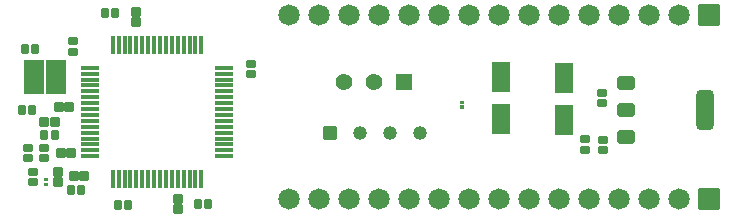
<source format=gbr>
%TF.GenerationSoftware,KiCad,Pcbnew,7.0.9*%
%TF.CreationDate,2024-02-06T13:27:41-04:00*%
%TF.ProjectId,proyecto_micro_v1,70726f79-6563-4746-9f5f-6d6963726f5f,rev?*%
%TF.SameCoordinates,Original*%
%TF.FileFunction,Soldermask,Top*%
%TF.FilePolarity,Negative*%
%FSLAX46Y46*%
G04 Gerber Fmt 4.6, Leading zero omitted, Abs format (unit mm)*
G04 Created by KiCad (PCBNEW 7.0.9) date 2024-02-06 13:27:41*
%MOMM*%
%LPD*%
G01*
G04 APERTURE LIST*
G04 Aperture macros list*
%AMRoundRect*
0 Rectangle with rounded corners*
0 $1 Rounding radius*
0 $2 $3 $4 $5 $6 $7 $8 $9 X,Y pos of 4 corners*
0 Add a 4 corners polygon primitive as box body*
4,1,4,$2,$3,$4,$5,$6,$7,$8,$9,$2,$3,0*
0 Add four circle primitives for the rounded corners*
1,1,$1+$1,$2,$3*
1,1,$1+$1,$4,$5*
1,1,$1+$1,$6,$7*
1,1,$1+$1,$8,$9*
0 Add four rect primitives between the rounded corners*
20,1,$1+$1,$2,$3,$4,$5,0*
20,1,$1+$1,$4,$5,$6,$7,0*
20,1,$1+$1,$6,$7,$8,$9,0*
20,1,$1+$1,$8,$9,$2,$3,0*%
G04 Aperture macros list end*
%ADD10C,0.010000*%
%ADD11RoundRect,0.177600X-0.194400X0.224400X-0.194400X-0.224400X0.194400X-0.224400X0.194400X0.224400X0*%
%ADD12RoundRect,0.075000X-0.700000X-0.075000X0.700000X-0.075000X0.700000X0.075000X-0.700000X0.075000X0*%
%ADD13RoundRect,0.075000X-0.075000X-0.700000X0.075000X-0.700000X0.075000X0.700000X-0.075000X0.700000X0*%
%ADD14RoundRect,0.177600X-0.224400X-0.194400X0.224400X-0.194400X0.224400X0.194400X-0.224400X0.194400X0*%
%ADD15RoundRect,0.102000X-0.610000X-0.610000X0.610000X-0.610000X0.610000X0.610000X-0.610000X0.610000X0*%
%ADD16C,1.424000*%
%ADD17RoundRect,0.177600X0.224400X0.194400X-0.224400X0.194400X-0.224400X-0.194400X0.224400X-0.194400X0*%
%ADD18RoundRect,0.167100X-0.589900X-0.399900X0.589900X-0.399900X0.589900X0.399900X-0.589900X0.399900X0*%
%ADD19RoundRect,0.416400X-0.340600X-1.305600X0.340600X-1.305600X0.340600X1.305600X-0.340600X1.305600X0*%
%ADD20RoundRect,0.102000X0.280000X0.300000X-0.280000X0.300000X-0.280000X-0.300000X0.280000X-0.300000X0*%
%ADD21RoundRect,0.102000X0.300000X-0.280000X0.300000X0.280000X-0.300000X0.280000X-0.300000X-0.280000X0*%
%ADD22RoundRect,0.102000X-0.280000X-0.300000X0.280000X-0.300000X0.280000X0.300000X-0.280000X0.300000X0*%
%ADD23RoundRect,0.102000X-0.802500X-0.802500X0.802500X-0.802500X0.802500X0.802500X-0.802500X0.802500X0*%
%ADD24C,1.809000*%
%ADD25RoundRect,0.250000X0.550000X-1.050000X0.550000X1.050000X-0.550000X1.050000X-0.550000X-1.050000X0*%
%ADD26RoundRect,0.102000X0.300000X-0.270000X0.300000X0.270000X-0.300000X0.270000X-0.300000X-0.270000X0*%
%ADD27RoundRect,0.102000X-0.492500X-0.492500X0.492500X-0.492500X0.492500X0.492500X-0.492500X0.492500X0*%
%ADD28C,1.189000*%
%ADD29RoundRect,0.102000X0.750000X1.350000X-0.750000X1.350000X-0.750000X-1.350000X0.750000X-1.350000X0*%
%ADD30RoundRect,0.177600X0.194400X-0.224400X0.194400X0.224400X-0.194400X0.224400X-0.194400X-0.224400X0*%
G04 APERTURE END LIST*
%TO.C,U4*%
D10*
X138220000Y-82010000D02*
X137940000Y-82010000D01*
X137940000Y-81810000D01*
X138220000Y-81810000D01*
X138220000Y-82010000D01*
G36*
X138220000Y-82010000D02*
G01*
X137940000Y-82010000D01*
X137940000Y-81810000D01*
X138220000Y-81810000D01*
X138220000Y-82010000D01*
G37*
X138220000Y-82410000D02*
X137940000Y-82410000D01*
X137940000Y-82210000D01*
X138220000Y-82210000D01*
X138220000Y-82410000D01*
G36*
X138220000Y-82410000D02*
G01*
X137940000Y-82410000D01*
X137940000Y-82210000D01*
X138220000Y-82210000D01*
X138220000Y-82410000D01*
G37*
%TO.C,U5*%
X173460000Y-75870000D02*
X173180000Y-75870000D01*
X173180000Y-75670000D01*
X173460000Y-75670000D01*
X173460000Y-75870000D01*
G36*
X173460000Y-75870000D02*
G01*
X173180000Y-75870000D01*
X173180000Y-75670000D01*
X173460000Y-75670000D01*
X173460000Y-75870000D01*
G37*
X173460000Y-75470000D02*
X173180000Y-75470000D01*
X173180000Y-75270000D01*
X173460000Y-75270000D01*
X173460000Y-75470000D01*
G36*
X173460000Y-75470000D02*
G01*
X173180000Y-75470000D01*
X173180000Y-75270000D01*
X173460000Y-75270000D01*
X173460000Y-75470000D01*
G37*
%TD*%
D11*
%TO.C,C12*%
X137230000Y-70880000D03*
X136370000Y-70880000D03*
%TD*%
D12*
%TO.C,IC1*%
X141855000Y-72480000D03*
X141855000Y-72980000D03*
X141855000Y-73480000D03*
X141855000Y-73980000D03*
X141855000Y-74480000D03*
X141855000Y-74980000D03*
X141855000Y-75480000D03*
X141855000Y-75980000D03*
X141855000Y-76480000D03*
X141855000Y-76980000D03*
X141855000Y-77480000D03*
X141855000Y-77980000D03*
X141855000Y-78480000D03*
X141855000Y-78980000D03*
X141855000Y-79480000D03*
X141855000Y-79980000D03*
D13*
X143780000Y-81905000D03*
X144280000Y-81905000D03*
X144780000Y-81905000D03*
X145280000Y-81905000D03*
X145780000Y-81905000D03*
X146280000Y-81905000D03*
X146780000Y-81905000D03*
X147280000Y-81905000D03*
X147780000Y-81905000D03*
X148280000Y-81905000D03*
X148780000Y-81905000D03*
X149280000Y-81905000D03*
X149780000Y-81905000D03*
X150280000Y-81905000D03*
X150780000Y-81905000D03*
X151280000Y-81905000D03*
D12*
X153205000Y-79980000D03*
X153205000Y-79480000D03*
X153205000Y-78980000D03*
X153205000Y-78480000D03*
X153205000Y-77980000D03*
X153205000Y-77480000D03*
X153205000Y-76980000D03*
X153205000Y-76480000D03*
X153205000Y-75980000D03*
X153205000Y-75480000D03*
X153205000Y-74980000D03*
X153205000Y-74480000D03*
X153205000Y-73980000D03*
X153205000Y-73480000D03*
X153205000Y-72980000D03*
X153205000Y-72480000D03*
D13*
X151280000Y-70555000D03*
X150780000Y-70555000D03*
X150280000Y-70555000D03*
X149780000Y-70555000D03*
X149280000Y-70555000D03*
X148780000Y-70555000D03*
X148280000Y-70555000D03*
X147780000Y-70555000D03*
X147280000Y-70555000D03*
X146780000Y-70555000D03*
X146280000Y-70555000D03*
X145780000Y-70555000D03*
X145280000Y-70555000D03*
X144780000Y-70555000D03*
X144280000Y-70555000D03*
X143780000Y-70555000D03*
%TD*%
D14*
%TO.C,C4*%
X155490000Y-72180000D03*
X155490000Y-73040000D03*
%TD*%
D15*
%TO.C,J1*%
X168442500Y-73690000D03*
D16*
X165902500Y-73690000D03*
X163362500Y-73690000D03*
%TD*%
D17*
%TO.C,C7*%
X136640000Y-80150000D03*
X136640000Y-79290000D03*
%TD*%
D11*
%TO.C,C2*%
X151824000Y-84018000D03*
X150964000Y-84018000D03*
%TD*%
D18*
%TO.C,U1*%
X187215000Y-73780000D03*
X187215000Y-76070000D03*
X187215000Y-78360000D03*
D19*
X193905000Y-76070000D03*
%TD*%
D20*
%TO.C,R6*%
X141335000Y-81610000D03*
X140465000Y-81610000D03*
%TD*%
D17*
%TO.C,C8*%
X137978000Y-80124000D03*
X137978000Y-79264000D03*
%TD*%
D21*
%TO.C,R3*%
X145760000Y-68645000D03*
X145760000Y-67775000D03*
%TD*%
D11*
%TO.C,C11*%
X136950000Y-76040000D03*
X136090000Y-76040000D03*
%TD*%
D22*
%TO.C,R5*%
X139360000Y-79720000D03*
X140230000Y-79720000D03*
%TD*%
D23*
%TO.C,J4*%
X194252000Y-68053000D03*
D24*
X191712000Y-68053000D03*
X189172000Y-68053000D03*
X186632000Y-68053000D03*
X184092000Y-68053000D03*
X181552000Y-68053000D03*
X179012000Y-68053000D03*
X176472000Y-68053000D03*
X173932000Y-68053000D03*
X171392000Y-68053000D03*
X168852000Y-68053000D03*
X166312000Y-68053000D03*
X163772000Y-68053000D03*
X161232000Y-68053000D03*
X158692000Y-68053000D03*
%TD*%
D25*
%TO.C,U3*%
X176610000Y-76860000D03*
X176610000Y-73260000D03*
%TD*%
D26*
%TO.C,L1*%
X137040000Y-82162000D03*
X137040000Y-81298000D03*
%TD*%
D17*
%TO.C,C3*%
X140390000Y-71110000D03*
X140390000Y-70250000D03*
%TD*%
D11*
%TO.C,C9*%
X138850000Y-78190000D03*
X137990000Y-78190000D03*
%TD*%
D14*
%TO.C,C13*%
X185278500Y-78600000D03*
X185278500Y-79460000D03*
%TD*%
D11*
%TO.C,C14*%
X141130000Y-82840000D03*
X140270000Y-82840000D03*
%TD*%
%TO.C,C5*%
X145051000Y-84074000D03*
X144191000Y-84074000D03*
%TD*%
D27*
%TO.C,J2*%
X162150000Y-78040000D03*
D28*
X164690000Y-78040000D03*
X167230000Y-78040000D03*
X169770000Y-78040000D03*
%TD*%
D20*
%TO.C,R7*%
X140065000Y-75780000D03*
X139195000Y-75780000D03*
%TD*%
D29*
%TO.C,Y1*%
X139010000Y-73270000D03*
X137110000Y-73270000D03*
%TD*%
D23*
%TO.C,J3*%
X194250000Y-83590000D03*
D24*
X191710000Y-83590000D03*
X189170000Y-83590000D03*
X186630000Y-83590000D03*
X184090000Y-83590000D03*
X181550000Y-83590000D03*
X179010000Y-83590000D03*
X176470000Y-83590000D03*
X173930000Y-83590000D03*
X171390000Y-83590000D03*
X168850000Y-83590000D03*
X166310000Y-83590000D03*
X163770000Y-83590000D03*
X161230000Y-83590000D03*
X158690000Y-83590000D03*
%TD*%
D25*
%TO.C,U2*%
X181970000Y-76930000D03*
X181970000Y-73330000D03*
%TD*%
D21*
%TO.C,R1*%
X149291000Y-84463000D03*
X149291000Y-83593000D03*
%TD*%
D14*
%TO.C,C10*%
X183758500Y-78547000D03*
X183758500Y-79407000D03*
%TD*%
D20*
%TO.C,R2*%
X138855000Y-77070000D03*
X137985000Y-77070000D03*
%TD*%
D21*
%TO.C,R4*%
X139170000Y-82195000D03*
X139170000Y-81325000D03*
%TD*%
D30*
%TO.C,C1*%
X143121000Y-67862000D03*
X143981000Y-67862000D03*
%TD*%
D17*
%TO.C,C6*%
X185223500Y-75447000D03*
X185223500Y-74587000D03*
%TD*%
M02*

</source>
